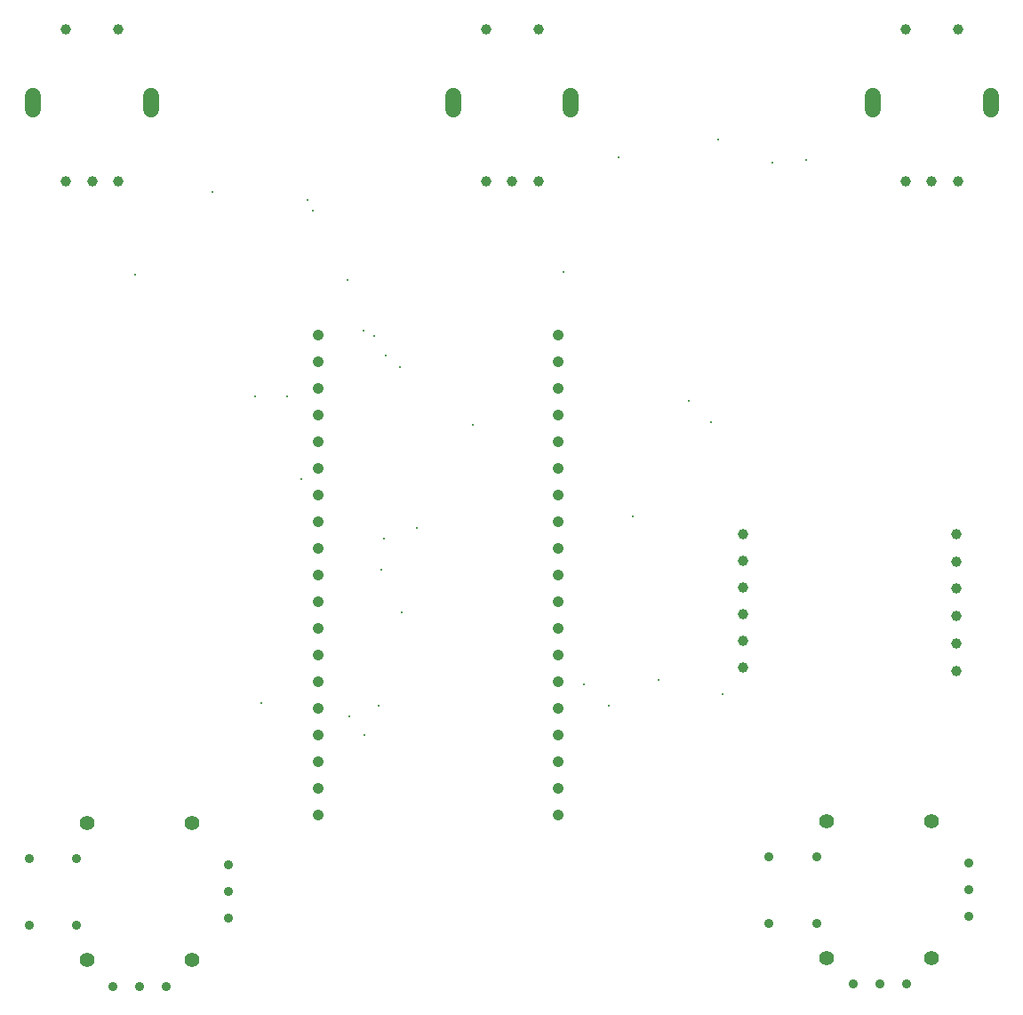
<source format=gbr>
%TF.GenerationSoftware,KiCad,Pcbnew,8.0.2*%
%TF.CreationDate,2024-11-11T15:41:09-05:00*%
%TF.ProjectId,PTZ_Camera_Controler,50545a5f-4361-46d6-9572-615f436f6e74,rev?*%
%TF.SameCoordinates,Original*%
%TF.FileFunction,Plated,1,2,PTH,Mixed*%
%TF.FilePolarity,Positive*%
%FSLAX46Y46*%
G04 Gerber Fmt 4.6, Leading zero omitted, Abs format (unit mm)*
G04 Created by KiCad (PCBNEW 8.0.2) date 2024-11-11 15:41:09*
%MOMM*%
%LPD*%
G01*
G04 APERTURE LIST*
%TA.AperFunction,ViaDrill*%
%ADD10C,0.300000*%
%TD*%
%TA.AperFunction,ComponentDrill*%
%ADD11C,0.889000*%
%TD*%
%TA.AperFunction,ComponentDrill*%
%ADD12C,0.900000*%
%TD*%
%TA.AperFunction,ComponentDrill*%
%ADD13C,1.000000*%
%TD*%
%TA.AperFunction,ComponentDrill*%
%ADD14C,1.040000*%
%TD*%
%TA.AperFunction,ComponentDrill*%
%ADD15C,1.397000*%
%TD*%
G04 aperture for slot hole*
%TA.AperFunction,ComponentDrill*%
%ADD16C,1.500000*%
%TD*%
G04 APERTURE END LIST*
D10*
X115094300Y-76866300D03*
X122454200Y-69011300D03*
X126537500Y-88537100D03*
X127129700Y-117714100D03*
X129570300Y-88537100D03*
X130933300Y-96382700D03*
X131538700Y-69801900D03*
X132061800Y-70800400D03*
X135344000Y-77379000D03*
X135529600Y-119004500D03*
X136844200Y-82260100D03*
X136957600Y-120725500D03*
X137863900Y-82709100D03*
X138326000Y-117980800D03*
X138514200Y-105040700D03*
X138787900Y-102047200D03*
X138992300Y-84617500D03*
X140289900Y-85704500D03*
X140477500Y-109076800D03*
X141973900Y-101033400D03*
X147305400Y-91187800D03*
X155884700Y-76655800D03*
X157817500Y-115895500D03*
X160262500Y-117947000D03*
X161182200Y-65720800D03*
X162496100Y-99939700D03*
X164970100Y-115482600D03*
X167819500Y-88955400D03*
X169966000Y-90970700D03*
X170647300Y-64053200D03*
X171062900Y-116871400D03*
X175801400Y-66249600D03*
X179042600Y-65975300D03*
D11*
%TO.C,JOY-STICK1*%
X113000000Y-144675000D03*
X115540000Y-144675000D03*
X118080000Y-144675000D03*
X124000000Y-133095000D03*
X124000000Y-135675000D03*
X124000000Y-138175000D03*
%TO.C,JOY-STICK2*%
X183500000Y-144500000D03*
X186040000Y-144500000D03*
X188580000Y-144500000D03*
X194500000Y-132920000D03*
X194500000Y-135500000D03*
X194500000Y-138000000D03*
D12*
%TO.C,JOY-STICK1*%
X105000000Y-132500000D03*
X105000000Y-138850000D03*
X109500000Y-132500000D03*
X109500000Y-138850000D03*
%TO.C,JOY-STICK2*%
X175500000Y-132325000D03*
X175500000Y-138675000D03*
X180000000Y-132325000D03*
X180000000Y-138675000D03*
D13*
%TO.C,ENCODER1*%
X108500000Y-53500000D03*
X108500000Y-68000000D03*
X111000000Y-68000000D03*
X113500000Y-53500000D03*
X113500000Y-68000000D03*
%TO.C,ENCODER2*%
X148500000Y-53500000D03*
X148500000Y-68000000D03*
X151000000Y-68000000D03*
X153500000Y-53500000D03*
X153500000Y-68000000D03*
%TO.C,ETHERNET-SHEILD1*%
X173040000Y-101625000D03*
X173040000Y-104165000D03*
X173040000Y-106705000D03*
X173040000Y-109245000D03*
X173040000Y-111785000D03*
X173040000Y-114325000D03*
%TO.C,ENCODER3*%
X188500000Y-53500000D03*
X188500000Y-68000000D03*
X191000000Y-68000000D03*
%TO.C,ETHERNET-SHEILD1*%
X193360000Y-101625000D03*
X193360000Y-104225000D03*
X193360000Y-106825000D03*
X193360000Y-109425000D03*
X193360000Y-112025000D03*
X193360000Y-114625000D03*
%TO.C,ENCODER3*%
X193500000Y-53500000D03*
X193500000Y-68000000D03*
D14*
%TO.C,ESP32*%
X132500000Y-82690000D03*
X132500000Y-85230000D03*
X132500000Y-87770000D03*
X132500000Y-90310000D03*
X132500000Y-92850000D03*
X132500000Y-95390000D03*
X132500000Y-97930000D03*
X132500000Y-100470000D03*
X132500000Y-103010000D03*
X132500000Y-105550000D03*
X132500000Y-108090000D03*
X132500000Y-110630000D03*
X132500000Y-113170000D03*
X132500000Y-115710000D03*
X132500000Y-118250000D03*
X132500000Y-120790000D03*
X132500000Y-123330000D03*
X132500000Y-125870000D03*
X132500000Y-128410000D03*
X155360000Y-82690000D03*
X155360000Y-85230000D03*
X155360000Y-87770000D03*
X155360000Y-90310000D03*
X155360000Y-92850000D03*
X155360000Y-95390000D03*
X155360000Y-97930000D03*
X155360000Y-100470000D03*
X155360000Y-103010000D03*
X155360000Y-105550000D03*
X155360000Y-108090000D03*
X155360000Y-110630000D03*
X155360000Y-113170000D03*
X155360000Y-115710000D03*
X155360000Y-118250000D03*
X155360000Y-120790000D03*
X155360000Y-123330000D03*
X155360000Y-125870000D03*
X155360000Y-128410000D03*
D15*
%TO.C,JOY-STICK1*%
X110500000Y-129175000D03*
X110500000Y-142175000D03*
X120500000Y-129175000D03*
X120500000Y-142175000D03*
%TO.C,JOY-STICK2*%
X181000000Y-129000000D03*
X181000000Y-142000000D03*
X191000000Y-129000000D03*
X191000000Y-142000000D03*
D16*
%TO.C,ENCODER1*%
X105400000Y-59850000D02*
X105400000Y-61150000D01*
X116600000Y-59850000D02*
X116600000Y-61150000D01*
%TO.C,ENCODER2*%
X145400000Y-59850000D02*
X145400000Y-61150000D01*
X156600000Y-59850000D02*
X156600000Y-61150000D01*
%TO.C,ENCODER3*%
X185400000Y-59850000D02*
X185400000Y-61150000D01*
X196600000Y-59850000D02*
X196600000Y-61150000D01*
M02*

</source>
